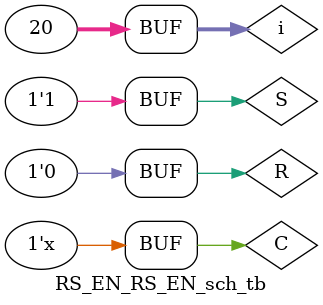
<source format=v>

`timescale 1ns / 1ps

module RS_EN_RS_EN_sch_tb();

// Inputs
   reg C;
   reg R;
   reg S;

// Output
   wire Q;
   wire Qn;

// Bidirs

// Instantiate the UUT
   RS_EN UUT (
		.Q(Q), 
		.Qn(Qn), 
		.C(C), 
		.R(R), 
		.S(S)
   );
// Initialize Inputs
		integer i; 
      initial begin
		C = 0;
		R = 0;
		S = 0;
		#40;
		
		S=1;
		R=0; 
		#100;
		
		S=0;
		R=1; 
		#100;
		
		S=1;
		R=1; 
		#100; 
		
		S=0;
		R=0; 
		#100; 
		
		S=1;
		R=0; 
		#100; 
		end

		always @*
			for(i=0; i<20; i=i+1)begin
			#50; 
			C<=~C;
		end
endmodule

</source>
